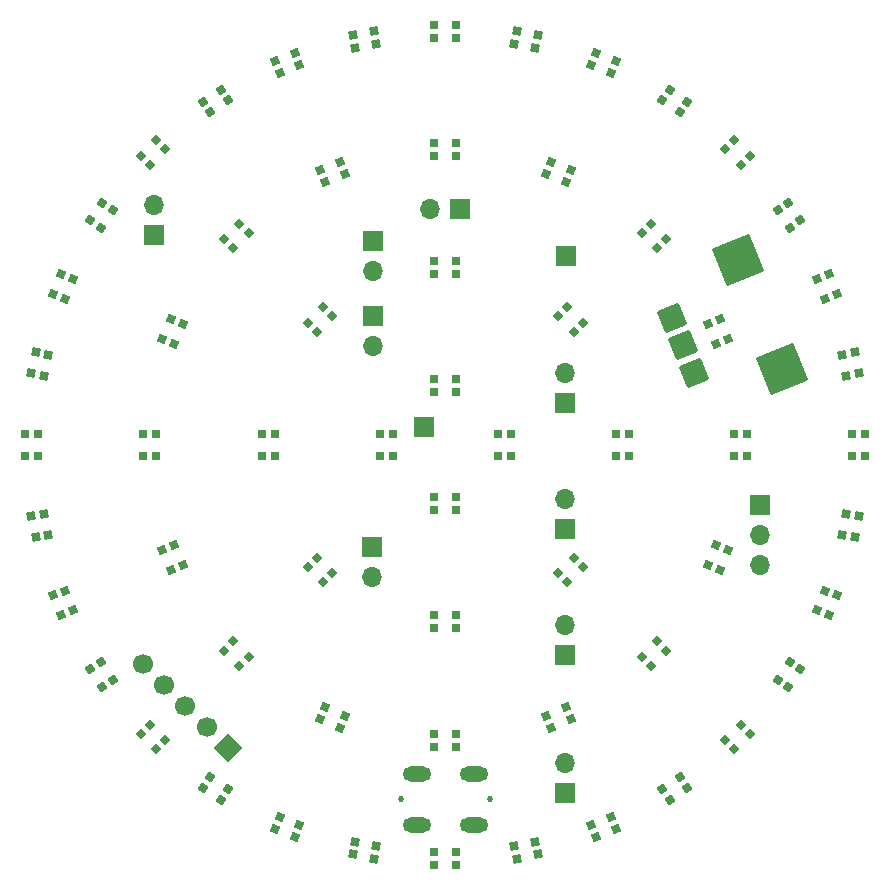
<source format=gbr>
%TF.GenerationSoftware,KiCad,Pcbnew,8.0.2-1*%
%TF.CreationDate,2024-05-17T13:07:53+01:00*%
%TF.ProjectId,Pomodoro_V7,506f6d6f-646f-4726-9f5f-56372e6b6963,rev?*%
%TF.SameCoordinates,Original*%
%TF.FileFunction,Soldermask,Top*%
%TF.FilePolarity,Negative*%
%FSLAX46Y46*%
G04 Gerber Fmt 4.6, Leading zero omitted, Abs format (unit mm)*
G04 Created by KiCad (PCBNEW 8.0.2-1) date 2024-05-17 13:07:53*
%MOMM*%
%LPD*%
G01*
G04 APERTURE LIST*
G04 Aperture macros list*
%AMRoundRect*
0 Rectangle with rounded corners*
0 $1 Rounding radius*
0 $2 $3 $4 $5 $6 $7 $8 $9 X,Y pos of 4 corners*
0 Add a 4 corners polygon primitive as box body*
4,1,4,$2,$3,$4,$5,$6,$7,$8,$9,$2,$3,0*
0 Add four circle primitives for the rounded corners*
1,1,$1+$1,$2,$3*
1,1,$1+$1,$4,$5*
1,1,$1+$1,$6,$7*
1,1,$1+$1,$8,$9*
0 Add four rect primitives between the rounded corners*
20,1,$1+$1,$2,$3,$4,$5,0*
20,1,$1+$1,$4,$5,$6,$7,0*
20,1,$1+$1,$6,$7,$8,$9,0*
20,1,$1+$1,$8,$9,$2,$3,0*%
%AMHorizOval*
0 Thick line with rounded ends*
0 $1 width*
0 $2 $3 position (X,Y) of the first rounded end (center of the circle)*
0 $4 $5 position (X,Y) of the second rounded end (center of the circle)*
0 Add line between two ends*
20,1,$1,$2,$3,$4,$5,0*
0 Add two circle primitives to create the rounded ends*
1,1,$1,$2,$3*
1,1,$1,$4,$5*%
%AMRotRect*
0 Rectangle, with rotation*
0 The origin of the aperture is its center*
0 $1 length*
0 $2 width*
0 $3 Rotation angle, in degrees counterclockwise*
0 Add horizontal line*
21,1,$1,$2,0,0,$3*%
G04 Aperture macros list end*
%ADD10R,0.700000X0.700000*%
%ADD11RotRect,0.700000X0.700000X78.750000*%
%ADD12RotRect,0.700000X0.700000X202.500000*%
%ADD13RotRect,0.700000X0.700000X337.500000*%
%ADD14RotRect,0.700000X0.700000X157.500000*%
%ADD15RotRect,0.700000X0.700000X67.500000*%
%ADD16RotRect,0.700000X0.700000X123.750000*%
%ADD17RotRect,0.700000X0.700000X326.250000*%
%ADD18RotRect,0.700000X0.700000X303.750000*%
%ADD19RotRect,0.700000X0.700000X56.250000*%
%ADD20RotRect,0.700000X0.700000X315.000000*%
%ADD21RotRect,0.700000X0.700000X247.500000*%
%ADD22RotRect,0.700000X0.700000X225.000000*%
%ADD23RotRect,0.700000X0.700000X45.000000*%
%ADD24RotRect,0.700000X0.700000X168.750000*%
%ADD25RotRect,0.700000X0.700000X22.500000*%
%ADD26RotRect,0.700000X0.700000X348.750000*%
%ADD27RotRect,0.700000X0.700000X112.500000*%
%ADD28RotRect,0.700000X0.700000X146.250000*%
%ADD29RotRect,0.700000X0.700000X258.750000*%
%ADD30RotRect,0.700000X0.700000X236.250000*%
%ADD31RotRect,0.700000X0.700000X135.000000*%
%ADD32RotRect,0.700000X0.700000X292.500000*%
%ADD33RotRect,0.700000X0.700000X101.250000*%
%ADD34RotRect,0.700000X0.700000X11.250000*%
%ADD35RotRect,0.700000X0.700000X33.750000*%
%ADD36RotRect,0.700000X0.700000X281.250000*%
%ADD37RotRect,0.700000X0.700000X191.250000*%
%ADD38RotRect,0.700000X0.700000X213.750000*%
%ADD39RotRect,1.700000X1.700000X45.000000*%
%ADD40HorizOval,1.700000X0.000000X0.000000X0.000000X0.000000X0*%
%ADD41R,1.700000X1.700000*%
%ADD42O,1.700000X1.700000*%
%ADD43C,0.520000*%
%ADD44O,2.404000X1.304000*%
%ADD45RoundRect,0.102000X1.171611X-0.497320X0.497320X1.171611X-1.171611X0.497320X-0.497320X-1.171611X0*%
%ADD46RoundRect,0.102000X2.093279X-0.888544X0.888544X2.093279X-2.093279X0.888544X-0.888544X-2.093279X0*%
G04 APERTURE END LIST*
D10*
%TO.C,D48*%
X150915000Y-75550000D03*
X150915000Y-74450000D03*
X149085000Y-74450000D03*
X149085000Y-75550000D03*
%TD*%
D11*
%TO.C,D9*%
X183609545Y-107618280D03*
X184688409Y-107832879D03*
X185045425Y-106038042D03*
X183966561Y-105823443D03*
%TD*%
D12*
%TO.C,D47*%
X141488741Y-77060990D03*
X141067789Y-76044723D03*
X139377089Y-76745034D03*
X139798041Y-77761301D03*
%TD*%
D10*
%TO.C,D50*%
X164450000Y-100915000D03*
X165550000Y-100915000D03*
X165550000Y-99085000D03*
X164450000Y-99085000D03*
%TD*%
D13*
%TO.C,D41*%
X139798040Y-122238699D03*
X139377088Y-123254966D03*
X141067788Y-123955277D03*
X141488740Y-122939010D03*
%TD*%
D10*
%TO.C,D54*%
X135550000Y-99085000D03*
X134450000Y-99085000D03*
X134450000Y-100915000D03*
X135550000Y-100915000D03*
%TD*%
%TO.C,D57*%
X154450000Y-100915000D03*
X155550000Y-100915000D03*
X155550000Y-99085000D03*
X154450000Y-99085000D03*
%TD*%
D14*
%TO.C,D33*%
X160201960Y-77761301D03*
X160622912Y-76745034D03*
X158932212Y-76044723D03*
X158511260Y-77060990D03*
%TD*%
D15*
%TO.C,D37*%
X172238699Y-110201960D03*
X173254966Y-110622912D03*
X173955277Y-108932212D03*
X172939010Y-108511260D03*
%TD*%
D16*
%TO.C,D5*%
X179152474Y-81621401D03*
X180067091Y-81010273D03*
X179050398Y-79488683D03*
X178135781Y-80099811D03*
%TD*%
D10*
%TO.C,D60*%
X150915000Y-95550000D03*
X150915000Y-94450000D03*
X149085000Y-94450000D03*
X149085000Y-95550000D03*
%TD*%
D17*
%TO.C,D19*%
X130099811Y-128135781D03*
X129488684Y-129050398D03*
X131010273Y-130067093D03*
X131621400Y-129152476D03*
%TD*%
D18*
%TO.C,D21*%
X120847526Y-118378599D03*
X119932909Y-118989727D03*
X120949602Y-120511317D03*
X121864219Y-119900189D03*
%TD*%
D10*
%TO.C,D44*%
X125550000Y-99085000D03*
X124450000Y-99085000D03*
X124450000Y-100915000D03*
X125550000Y-100915000D03*
%TD*%
D19*
%TO.C,D11*%
X178135781Y-119900189D03*
X179050398Y-120511316D03*
X180067093Y-118989727D03*
X179152476Y-118378600D03*
%TD*%
D20*
%TO.C,D42*%
X132064236Y-116641758D03*
X131286419Y-117419575D03*
X132580424Y-118713580D03*
X133358241Y-117935763D03*
%TD*%
D21*
%TO.C,D45*%
X127761301Y-89798040D03*
X126745034Y-89377088D03*
X126044723Y-91067788D03*
X127060990Y-91488740D03*
%TD*%
D22*
%TO.C,D28*%
X126287173Y-74993169D03*
X125509356Y-74215352D03*
X124215351Y-75509357D03*
X124993168Y-76287174D03*
%TD*%
D23*
%TO.C,D12*%
X173712827Y-125006831D03*
X174490644Y-125784648D03*
X175784649Y-124490643D03*
X175006832Y-123712826D03*
%TD*%
D10*
%TO.C,D32*%
X150915000Y-65550000D03*
X150915000Y-64450000D03*
X149085000Y-64450000D03*
X149085000Y-65550000D03*
%TD*%
%TO.C,D58*%
X149085000Y-104450000D03*
X149085000Y-105550000D03*
X150915000Y-105550000D03*
X150915000Y-104450000D03*
%TD*%
D24*
%TO.C,D1*%
X157618280Y-66390455D03*
X157832879Y-65311591D03*
X156038042Y-64954575D03*
X155823443Y-66033439D03*
%TD*%
D22*
%TO.C,D46*%
X133358242Y-82064236D03*
X132580425Y-81286419D03*
X131286420Y-82580424D03*
X132064237Y-83358241D03*
%TD*%
D25*
%TO.C,D14*%
X162338094Y-132177805D03*
X162759046Y-133194073D03*
X164449746Y-132493763D03*
X164028794Y-131477495D03*
%TD*%
D23*
%TO.C,D51*%
X159570691Y-110864696D03*
X160348508Y-111642513D03*
X161642513Y-110348508D03*
X160864696Y-109570691D03*
%TD*%
D26*
%TO.C,D17*%
X142381720Y-133609545D03*
X142167121Y-134688409D03*
X143961958Y-135045425D03*
X144176557Y-133966561D03*
%TD*%
D27*
%TO.C,D6*%
X182177805Y-87661906D03*
X183194073Y-87240954D03*
X182493763Y-85550254D03*
X181477495Y-85971206D03*
%TD*%
D28*
%TO.C,D3*%
X169900189Y-71864219D03*
X170511316Y-70949602D03*
X168989727Y-69932907D03*
X168378600Y-70847524D03*
%TD*%
D10*
%TO.C,D56*%
X150915000Y-85550000D03*
X150915000Y-84450000D03*
X149085000Y-84450000D03*
X149085000Y-85550000D03*
%TD*%
D21*
%TO.C,D26*%
X118522506Y-85971206D03*
X117506239Y-85550255D03*
X116805926Y-87240954D03*
X117822193Y-87661905D03*
%TD*%
D29*
%TO.C,D25*%
X116390455Y-92381720D03*
X115311591Y-92167121D03*
X114954575Y-93961958D03*
X116033439Y-94176557D03*
%TD*%
D30*
%TO.C,D27*%
X121864219Y-80099811D03*
X120949602Y-79488684D03*
X119932907Y-81010273D03*
X120847524Y-81621400D03*
%TD*%
D22*
%TO.C,D55*%
X140429309Y-89135304D03*
X139651492Y-88357487D03*
X138357487Y-89651492D03*
X139135304Y-90429309D03*
%TD*%
D31*
%TO.C,D4*%
X175006831Y-76287173D03*
X175784648Y-75509356D03*
X174490643Y-74215351D03*
X173712826Y-74993168D03*
%TD*%
D32*
%TO.C,D22*%
X117822195Y-112338094D03*
X116805927Y-112759046D03*
X117506237Y-114449746D03*
X118522505Y-114028794D03*
%TD*%
D12*
%TO.C,D30*%
X137661906Y-67822195D03*
X137240954Y-66805927D03*
X135550254Y-67506237D03*
X135971206Y-68522505D03*
%TD*%
D15*
%TO.C,D10*%
X181477494Y-114028794D03*
X182493761Y-114449745D03*
X183194074Y-112759046D03*
X182177807Y-112338095D03*
%TD*%
D13*
%TO.C,D18*%
X135971206Y-131477494D03*
X135550255Y-132493761D03*
X137240954Y-133194074D03*
X137661905Y-132177807D03*
%TD*%
D10*
%TO.C,D36*%
X174450000Y-100915000D03*
X175550000Y-100915000D03*
X175550000Y-99085000D03*
X174450000Y-99085000D03*
%TD*%
D33*
%TO.C,D7*%
X183966560Y-94176557D03*
X185045424Y-93961957D03*
X184688410Y-92167119D03*
X183609546Y-92381719D03*
%TD*%
D23*
%TO.C,D38*%
X166641758Y-117935764D03*
X167419575Y-118713581D03*
X168713580Y-117419576D03*
X167935763Y-116641759D03*
%TD*%
D34*
%TO.C,D15*%
X155823443Y-133966560D03*
X156038043Y-135045424D03*
X157832881Y-134688410D03*
X157618281Y-133609546D03*
%TD*%
D10*
%TO.C,D16*%
X149085000Y-134450000D03*
X149085000Y-135550000D03*
X150915000Y-135550000D03*
X150915000Y-134450000D03*
%TD*%
D31*
%TO.C,D49*%
X160864696Y-90429309D03*
X161642513Y-89651492D03*
X160348508Y-88357487D03*
X159570691Y-89135304D03*
%TD*%
D20*
%TO.C,D20*%
X124993169Y-123712827D03*
X124215352Y-124490644D03*
X125509357Y-125784649D03*
X126287174Y-125006832D03*
%TD*%
D35*
%TO.C,D13*%
X168378599Y-129152474D03*
X168989727Y-130067091D03*
X170511317Y-129050398D03*
X169900189Y-128135781D03*
%TD*%
D14*
%TO.C,D2*%
X164028794Y-68522506D03*
X164449745Y-67506239D03*
X162759046Y-66805926D03*
X162338095Y-67822193D03*
%TD*%
D10*
%TO.C,D24*%
X115550000Y-99085000D03*
X114450000Y-99085000D03*
X114450000Y-100915000D03*
X115550000Y-100915000D03*
%TD*%
D36*
%TO.C,D23*%
X116033440Y-105823443D03*
X114954576Y-106038043D03*
X115311590Y-107832881D03*
X116390454Y-107618281D03*
%TD*%
D31*
%TO.C,D34*%
X167935764Y-83358242D03*
X168713581Y-82580425D03*
X167419576Y-81286420D03*
X166641759Y-82064237D03*
%TD*%
D20*
%TO.C,D53*%
X139135304Y-109570691D03*
X138357487Y-110348508D03*
X139651492Y-111642513D03*
X140429309Y-110864696D03*
%TD*%
D37*
%TO.C,D31*%
X144176557Y-66033440D03*
X143961957Y-64954576D03*
X142167119Y-65311590D03*
X142381719Y-66390454D03*
%TD*%
D10*
%TO.C,D52*%
X149085000Y-114450000D03*
X149085000Y-115550000D03*
X150915000Y-115550000D03*
X150915000Y-114450000D03*
%TD*%
D27*
%TO.C,D35*%
X172939010Y-91488741D03*
X173955277Y-91067789D03*
X173254966Y-89377089D03*
X172238699Y-89798041D03*
%TD*%
D32*
%TO.C,D43*%
X127060990Y-108511259D03*
X126044723Y-108932211D03*
X126745034Y-110622911D03*
X127761301Y-110201959D03*
%TD*%
D25*
%TO.C,D39*%
X158511259Y-122939010D03*
X158932211Y-123955277D03*
X160622911Y-123254966D03*
X160201959Y-122238699D03*
%TD*%
D10*
%TO.C,D59*%
X145550000Y-99085000D03*
X144450000Y-99085000D03*
X144450000Y-100915000D03*
X145550000Y-100915000D03*
%TD*%
%TO.C,D40*%
X149085000Y-124450000D03*
X149085000Y-125550000D03*
X150915000Y-125550000D03*
X150915000Y-124450000D03*
%TD*%
%TO.C,D8*%
X184450000Y-100915000D03*
X185550000Y-100915000D03*
X185550000Y-99085000D03*
X184450000Y-99085000D03*
%TD*%
D38*
%TO.C,D29*%
X131621401Y-70847526D03*
X131010273Y-69932909D03*
X129488683Y-70949602D03*
X130099811Y-71864219D03*
%TD*%
D39*
%TO.C,J1*%
X131588567Y-125708154D03*
D40*
X129792516Y-123912103D03*
X127996465Y-122116052D03*
X126200413Y-120320000D03*
X124404362Y-118523949D03*
%TD*%
D41*
%TO.C,J7*%
X160160000Y-117780000D03*
D42*
X160160000Y-115240000D03*
%TD*%
D41*
%TO.C,J2*%
X125362000Y-82220000D03*
D42*
X125362000Y-79680000D03*
%TD*%
D41*
%TO.C,J14*%
X160250000Y-84000000D03*
%TD*%
%TO.C,J6*%
X160160000Y-96444000D03*
D42*
X160160000Y-93904000D03*
%TD*%
D41*
%TO.C,J4*%
X143838000Y-108636000D03*
D42*
X143838000Y-111176000D03*
%TD*%
D43*
%TO.C,J11*%
X153750000Y-130000000D03*
X146250000Y-130000000D03*
D44*
X152400000Y-127850000D03*
X152400000Y-132150000D03*
X147600000Y-127850000D03*
X147600000Y-132150000D03*
%TD*%
D41*
%TO.C,J13*%
X160160000Y-129464000D03*
D42*
X160160000Y-126924000D03*
%TD*%
D41*
%TO.C,J15*%
X148222000Y-98476000D03*
%TD*%
%TO.C,J3*%
X143904000Y-89073000D03*
D42*
X143904000Y-91613000D03*
%TD*%
D41*
%TO.C,J8*%
X160160000Y-107112000D03*
D42*
X160160000Y-104572000D03*
%TD*%
D45*
%TO.C,R6*%
X171098196Y-93904286D03*
X170161681Y-91586327D03*
X169225163Y-89268368D03*
D46*
X178525000Y-93600000D03*
X174778934Y-84328162D03*
%TD*%
D41*
%TO.C,J12*%
X143904000Y-82728000D03*
D42*
X143904000Y-85268000D03*
%TD*%
D41*
%TO.C,J5*%
X176670000Y-105080000D03*
D42*
X176670000Y-107620000D03*
X176670000Y-110160000D03*
%TD*%
D41*
%TO.C,J10*%
X151275000Y-80000000D03*
D42*
X148735000Y-80000000D03*
%TD*%
M02*

</source>
